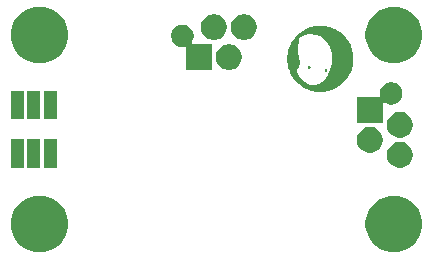
<source format=gbr>
G04 #@! TF.GenerationSoftware,KiCad,Pcbnew,5.0.2-bee76a0~70~ubuntu18.04.1*
G04 #@! TF.CreationDate,2020-01-13T19:18:57+01:00*
G04 #@! TF.ProjectId,roboy_sno,726f626f-795f-4736-9e6f-2e6b69636164,rev?*
G04 #@! TF.SameCoordinates,Original*
G04 #@! TF.FileFunction,Soldermask,Bot*
G04 #@! TF.FilePolarity,Negative*
%FSLAX46Y46*%
G04 Gerber Fmt 4.6, Leading zero omitted, Abs format (unit mm)*
G04 Created by KiCad (PCBNEW 5.0.2-bee76a0~70~ubuntu18.04.1) date Mo 13 Jan 2020 19:18:57 CET*
%MOMM*%
%LPD*%
G01*
G04 APERTURE LIST*
%ADD10C,0.010000*%
%ADD11C,0.100000*%
G04 APERTURE END LIST*
D10*
G04 #@! TO.C,H5*
G36*
X131273490Y-125139041D02*
X131260413Y-125142432D01*
X131249109Y-125149561D01*
X131246765Y-125151484D01*
X131227465Y-125173321D01*
X131217538Y-125197798D01*
X131217231Y-125223707D01*
X131226716Y-125249704D01*
X131241145Y-125268798D01*
X131259620Y-125280264D01*
X131284133Y-125285149D01*
X131294929Y-125285499D01*
X131312328Y-125284886D01*
X131324002Y-125281873D01*
X131334363Y-125274697D01*
X131343254Y-125266198D01*
X131359879Y-125243308D01*
X131367221Y-125218373D01*
X131365325Y-125193145D01*
X131354238Y-125169375D01*
X131340298Y-125153890D01*
X131328444Y-125144693D01*
X131317127Y-125139972D01*
X131302027Y-125138308D01*
X131292490Y-125138179D01*
X131273490Y-125139041D01*
X131273490Y-125139041D01*
G37*
X131273490Y-125139041D02*
X131260413Y-125142432D01*
X131249109Y-125149561D01*
X131246765Y-125151484D01*
X131227465Y-125173321D01*
X131217538Y-125197798D01*
X131217231Y-125223707D01*
X131226716Y-125249704D01*
X131241145Y-125268798D01*
X131259620Y-125280264D01*
X131284133Y-125285149D01*
X131294929Y-125285499D01*
X131312328Y-125284886D01*
X131324002Y-125281873D01*
X131334363Y-125274697D01*
X131343254Y-125266198D01*
X131359879Y-125243308D01*
X131367221Y-125218373D01*
X131365325Y-125193145D01*
X131354238Y-125169375D01*
X131340298Y-125153890D01*
X131328444Y-125144693D01*
X131317127Y-125139972D01*
X131302027Y-125138308D01*
X131292490Y-125138179D01*
X131273490Y-125139041D01*
G36*
X132712691Y-125417865D02*
X132697603Y-125429272D01*
X132695368Y-125431549D01*
X132679160Y-125452015D01*
X132665854Y-125475127D01*
X132655762Y-125499287D01*
X132649196Y-125522899D01*
X132646466Y-125544365D01*
X132647883Y-125562089D01*
X132653760Y-125574474D01*
X132664407Y-125579922D01*
X132666417Y-125580042D01*
X132673838Y-125577629D01*
X132685339Y-125571641D01*
X132687060Y-125570610D01*
X132704058Y-125555847D01*
X132719790Y-125534340D01*
X132733240Y-125508622D01*
X132743393Y-125481228D01*
X132749236Y-125454693D01*
X132749752Y-125431552D01*
X132747154Y-125420534D01*
X132739735Y-125413013D01*
X132727491Y-125412284D01*
X132712691Y-125417865D01*
X132712691Y-125417865D01*
G37*
X132712691Y-125417865D02*
X132697603Y-125429272D01*
X132695368Y-125431549D01*
X132679160Y-125452015D01*
X132665854Y-125475127D01*
X132655762Y-125499287D01*
X132649196Y-125522899D01*
X132646466Y-125544365D01*
X132647883Y-125562089D01*
X132653760Y-125574474D01*
X132664407Y-125579922D01*
X132666417Y-125580042D01*
X132673838Y-125577629D01*
X132685339Y-125571641D01*
X132687060Y-125570610D01*
X132704058Y-125555847D01*
X132719790Y-125534340D01*
X132733240Y-125508622D01*
X132743393Y-125481228D01*
X132749236Y-125454693D01*
X132749752Y-125431552D01*
X132747154Y-125420534D01*
X132739735Y-125413013D01*
X132727491Y-125412284D01*
X132712691Y-125417865D01*
G36*
X132125746Y-121735597D02*
X132076854Y-121736973D01*
X132035366Y-121739166D01*
X132032909Y-121739343D01*
X131866427Y-121756556D01*
X131702301Y-121783558D01*
X131540894Y-121820175D01*
X131382568Y-121866236D01*
X131227687Y-121921567D01*
X131076612Y-121985995D01*
X130929706Y-122059349D01*
X130787333Y-122141454D01*
X130649853Y-122232138D01*
X130517631Y-122331229D01*
X130391029Y-122438553D01*
X130270409Y-122553938D01*
X130225669Y-122600445D01*
X130114769Y-122725741D01*
X130012305Y-122856619D01*
X129918391Y-122992833D01*
X129833143Y-123134136D01*
X129756672Y-123280283D01*
X129689093Y-123431030D01*
X129630520Y-123586129D01*
X129581067Y-123745335D01*
X129540847Y-123908404D01*
X129509973Y-124075088D01*
X129496130Y-124175519D01*
X129493469Y-124203553D01*
X129491101Y-124240097D01*
X129489050Y-124283504D01*
X129487339Y-124332127D01*
X129485989Y-124384318D01*
X129485026Y-124438432D01*
X129484470Y-124492820D01*
X129484347Y-124545837D01*
X129484678Y-124595836D01*
X129485486Y-124641168D01*
X129486795Y-124680189D01*
X129488628Y-124711250D01*
X129488636Y-124711348D01*
X129506732Y-124875677D01*
X129534634Y-125037886D01*
X129572133Y-125197575D01*
X129619020Y-125354344D01*
X129675089Y-125507792D01*
X129740131Y-125657519D01*
X129813937Y-125803125D01*
X129896299Y-125944210D01*
X129987010Y-126080372D01*
X130085862Y-126211212D01*
X130192645Y-126336330D01*
X130307152Y-126455324D01*
X130429175Y-126567795D01*
X130473330Y-126605304D01*
X130604818Y-126708103D01*
X130741601Y-126802309D01*
X130883337Y-126887783D01*
X131029682Y-126964383D01*
X131180294Y-127031969D01*
X131334829Y-127090401D01*
X131492944Y-127139538D01*
X131654296Y-127179239D01*
X131818542Y-127209364D01*
X131985339Y-127229773D01*
X132000937Y-127231169D01*
X132032552Y-127233360D01*
X132071884Y-127235222D01*
X132116820Y-127236730D01*
X132165248Y-127237855D01*
X132215055Y-127238573D01*
X132264128Y-127238856D01*
X132310355Y-127238679D01*
X132351623Y-127238015D01*
X132385819Y-127236838D01*
X132398463Y-127236126D01*
X132568095Y-127219981D01*
X132734779Y-127194247D01*
X132898249Y-127159038D01*
X133058241Y-127114468D01*
X133214490Y-127060651D01*
X133366730Y-126997702D01*
X133514696Y-126925735D01*
X133658124Y-126844864D01*
X133796749Y-126755204D01*
X133930305Y-126656868D01*
X134058527Y-126549970D01*
X134119888Y-126493975D01*
X134238278Y-126375806D01*
X134348678Y-126251510D01*
X134450916Y-126121449D01*
X134544819Y-125985987D01*
X134630214Y-125845485D01*
X134706928Y-125700308D01*
X134774787Y-125550819D01*
X134833620Y-125397380D01*
X134883253Y-125240355D01*
X134923513Y-125080107D01*
X134954227Y-124916999D01*
X134975222Y-124751393D01*
X134980673Y-124687107D01*
X134982922Y-124646182D01*
X134984351Y-124597723D01*
X134984999Y-124543680D01*
X134984903Y-124486004D01*
X134984312Y-124442219D01*
X133301291Y-124442219D01*
X133301070Y-124502806D01*
X133300357Y-124555194D01*
X133299003Y-124601337D01*
X133296861Y-124643188D01*
X133293781Y-124682702D01*
X133289616Y-124721834D01*
X133284218Y-124762537D01*
X133277438Y-124806766D01*
X133270474Y-124848619D01*
X133245836Y-124973706D01*
X133213985Y-125103723D01*
X133175513Y-125237094D01*
X133131011Y-125372245D01*
X133081072Y-125507599D01*
X133026288Y-125641583D01*
X132967250Y-125772622D01*
X132904552Y-125899140D01*
X132838784Y-126019562D01*
X132815019Y-126060199D01*
X132789307Y-126102089D01*
X132764765Y-126139009D01*
X132739699Y-126173102D01*
X132712418Y-126206516D01*
X132681230Y-126241394D01*
X132644443Y-126279883D01*
X132630920Y-126293607D01*
X132562618Y-126360002D01*
X132497125Y-126418278D01*
X132432977Y-126469533D01*
X132368712Y-126514866D01*
X132302865Y-126555375D01*
X132233974Y-126592159D01*
X132231532Y-126593371D01*
X132164292Y-126624570D01*
X132096634Y-126651530D01*
X132027339Y-126674513D01*
X131955185Y-126693780D01*
X131878949Y-126709592D01*
X131797411Y-126722210D01*
X131709350Y-126731894D01*
X131613543Y-126738907D01*
X131532856Y-126742682D01*
X131518689Y-126742004D01*
X131497983Y-126739544D01*
X131474115Y-126735744D01*
X131460811Y-126733234D01*
X131355031Y-126706908D01*
X131250930Y-126670663D01*
X131148417Y-126624459D01*
X131047398Y-126568255D01*
X130968442Y-126516654D01*
X130932209Y-126490382D01*
X130891301Y-126458987D01*
X130847152Y-126423703D01*
X130801193Y-126385765D01*
X130754858Y-126346406D01*
X130709580Y-126306860D01*
X130666792Y-126268362D01*
X130627927Y-126232146D01*
X130594417Y-126199445D01*
X130567800Y-126171608D01*
X130518079Y-126114510D01*
X130469131Y-126053772D01*
X130421815Y-125990711D01*
X130376989Y-125926641D01*
X130335511Y-125862878D01*
X130298241Y-125800739D01*
X130266037Y-125741539D01*
X130239758Y-125686593D01*
X130221610Y-125641099D01*
X130209991Y-125604622D01*
X130203488Y-125574859D01*
X130201866Y-125549885D01*
X130204891Y-125527777D01*
X130206928Y-125520594D01*
X130215258Y-125487122D01*
X130221983Y-125443789D01*
X130227112Y-125390521D01*
X130228600Y-125368419D01*
X130230243Y-125345224D01*
X130232066Y-125325766D01*
X130233830Y-125312293D01*
X130235109Y-125307218D01*
X130241172Y-125303030D01*
X130253696Y-125296755D01*
X130265944Y-125291433D01*
X130301966Y-125273744D01*
X130332107Y-125252050D01*
X130357102Y-125225272D01*
X130377685Y-125192335D01*
X130394590Y-125152160D01*
X130408551Y-125103672D01*
X130415426Y-125072139D01*
X130424048Y-125017923D01*
X130430285Y-124955238D01*
X130434154Y-124885486D01*
X130435669Y-124810070D01*
X130434847Y-124730392D01*
X130431703Y-124647856D01*
X130426253Y-124563863D01*
X130418513Y-124479817D01*
X130408499Y-124397120D01*
X130407766Y-124391796D01*
X130399474Y-124340560D01*
X130388306Y-124286462D01*
X130373858Y-124227820D01*
X130355721Y-124162951D01*
X130339650Y-124109833D01*
X130329156Y-124074535D01*
X130322408Y-124048162D01*
X130319301Y-124030237D01*
X130319527Y-124020933D01*
X130320165Y-124013756D01*
X130320884Y-123997278D01*
X130321667Y-123972361D01*
X130322495Y-123939865D01*
X130323350Y-123900647D01*
X130324214Y-123855570D01*
X130325070Y-123805492D01*
X130325899Y-123751274D01*
X130326683Y-123693775D01*
X130327133Y-123657359D01*
X130328058Y-123582805D01*
X130328979Y-123517375D01*
X130329948Y-123460033D01*
X130331014Y-123409741D01*
X130332229Y-123365464D01*
X130333643Y-123326167D01*
X130335306Y-123290811D01*
X130337271Y-123258361D01*
X130339587Y-123227782D01*
X130342304Y-123198036D01*
X130345475Y-123168087D01*
X130349148Y-123136900D01*
X130353376Y-123103437D01*
X130354742Y-123092934D01*
X130363707Y-123030472D01*
X130374520Y-122965121D01*
X130386494Y-122900711D01*
X130398941Y-122841070D01*
X130403956Y-122819159D01*
X130409963Y-122793679D01*
X130415298Y-122771017D01*
X130419438Y-122753404D01*
X130421857Y-122743074D01*
X130422058Y-122742212D01*
X130427643Y-122732535D01*
X130440387Y-122718079D01*
X130459098Y-122699851D01*
X130482584Y-122678859D01*
X130509652Y-122656109D01*
X130539110Y-122632610D01*
X130569766Y-122609369D01*
X130600428Y-122587393D01*
X130624257Y-122571337D01*
X130717494Y-122516500D01*
X130816791Y-122469604D01*
X130922272Y-122430604D01*
X131034058Y-122399454D01*
X131152272Y-122376112D01*
X131162737Y-122374468D01*
X131207360Y-122368933D01*
X131259611Y-122364672D01*
X131317034Y-122361728D01*
X131377173Y-122360147D01*
X131437570Y-122359975D01*
X131495768Y-122361255D01*
X131549311Y-122364033D01*
X131581837Y-122366803D01*
X131718852Y-122384815D01*
X131850268Y-122410187D01*
X131975783Y-122442802D01*
X132095092Y-122482546D01*
X132207895Y-122529301D01*
X132313887Y-122582953D01*
X132412766Y-122643386D01*
X132504229Y-122710483D01*
X132524850Y-122727404D01*
X132558039Y-122756423D01*
X132590431Y-122787367D01*
X132623522Y-122821809D01*
X132658808Y-122861317D01*
X132697785Y-122907463D01*
X132706640Y-122918219D01*
X132810251Y-123050671D01*
X132903778Y-123183126D01*
X132987299Y-123315736D01*
X133060889Y-123448655D01*
X133124624Y-123582037D01*
X133178580Y-123716037D01*
X133222833Y-123850806D01*
X133257460Y-123986500D01*
X133272818Y-124063759D01*
X133280295Y-124106903D01*
X133286370Y-124145500D01*
X133291182Y-124181391D01*
X133294870Y-124216416D01*
X133297572Y-124252416D01*
X133299427Y-124291230D01*
X133300572Y-124334701D01*
X133301148Y-124384668D01*
X133301291Y-124442219D01*
X134984312Y-124442219D01*
X134984101Y-124426643D01*
X134982631Y-124367550D01*
X134980533Y-124310674D01*
X134977843Y-124257966D01*
X134974601Y-124211376D01*
X134970843Y-124172854D01*
X134970575Y-124170619D01*
X134945101Y-124001087D01*
X134910429Y-123835865D01*
X134866528Y-123674877D01*
X134813365Y-123518051D01*
X134750908Y-123365313D01*
X134679127Y-123216589D01*
X134597988Y-123071805D01*
X134507460Y-122930887D01*
X134407511Y-122793761D01*
X134340000Y-122709657D01*
X134314903Y-122680673D01*
X134283697Y-122646503D01*
X134247903Y-122608667D01*
X134209041Y-122568686D01*
X134168634Y-122528082D01*
X134128202Y-122488377D01*
X134089267Y-122451090D01*
X134053349Y-122417744D01*
X134021971Y-122389859D01*
X134010359Y-122380016D01*
X133894031Y-122287702D01*
X133777022Y-122204014D01*
X133657171Y-122127525D01*
X133532321Y-122056809D01*
X133479217Y-122029169D01*
X133333956Y-121960456D01*
X133186704Y-121901015D01*
X133036612Y-121850589D01*
X132882833Y-121808923D01*
X132724517Y-121775762D01*
X132560815Y-121750850D01*
X132549397Y-121749441D01*
X132511483Y-121745650D01*
X132465370Y-121742372D01*
X132413009Y-121739644D01*
X132356351Y-121737505D01*
X132297345Y-121735993D01*
X132237942Y-121735145D01*
X132180092Y-121735001D01*
X132125746Y-121735597D01*
X132125746Y-121735597D01*
G37*
X132125746Y-121735597D02*
X132076854Y-121736973D01*
X132035366Y-121739166D01*
X132032909Y-121739343D01*
X131866427Y-121756556D01*
X131702301Y-121783558D01*
X131540894Y-121820175D01*
X131382568Y-121866236D01*
X131227687Y-121921567D01*
X131076612Y-121985995D01*
X130929706Y-122059349D01*
X130787333Y-122141454D01*
X130649853Y-122232138D01*
X130517631Y-122331229D01*
X130391029Y-122438553D01*
X130270409Y-122553938D01*
X130225669Y-122600445D01*
X130114769Y-122725741D01*
X130012305Y-122856619D01*
X129918391Y-122992833D01*
X129833143Y-123134136D01*
X129756672Y-123280283D01*
X129689093Y-123431030D01*
X129630520Y-123586129D01*
X129581067Y-123745335D01*
X129540847Y-123908404D01*
X129509973Y-124075088D01*
X129496130Y-124175519D01*
X129493469Y-124203553D01*
X129491101Y-124240097D01*
X129489050Y-124283504D01*
X129487339Y-124332127D01*
X129485989Y-124384318D01*
X129485026Y-124438432D01*
X129484470Y-124492820D01*
X129484347Y-124545837D01*
X129484678Y-124595836D01*
X129485486Y-124641168D01*
X129486795Y-124680189D01*
X129488628Y-124711250D01*
X129488636Y-124711348D01*
X129506732Y-124875677D01*
X129534634Y-125037886D01*
X129572133Y-125197575D01*
X129619020Y-125354344D01*
X129675089Y-125507792D01*
X129740131Y-125657519D01*
X129813937Y-125803125D01*
X129896299Y-125944210D01*
X129987010Y-126080372D01*
X130085862Y-126211212D01*
X130192645Y-126336330D01*
X130307152Y-126455324D01*
X130429175Y-126567795D01*
X130473330Y-126605304D01*
X130604818Y-126708103D01*
X130741601Y-126802309D01*
X130883337Y-126887783D01*
X131029682Y-126964383D01*
X131180294Y-127031969D01*
X131334829Y-127090401D01*
X131492944Y-127139538D01*
X131654296Y-127179239D01*
X131818542Y-127209364D01*
X131985339Y-127229773D01*
X132000937Y-127231169D01*
X132032552Y-127233360D01*
X132071884Y-127235222D01*
X132116820Y-127236730D01*
X132165248Y-127237855D01*
X132215055Y-127238573D01*
X132264128Y-127238856D01*
X132310355Y-127238679D01*
X132351623Y-127238015D01*
X132385819Y-127236838D01*
X132398463Y-127236126D01*
X132568095Y-127219981D01*
X132734779Y-127194247D01*
X132898249Y-127159038D01*
X133058241Y-127114468D01*
X133214490Y-127060651D01*
X133366730Y-126997702D01*
X133514696Y-126925735D01*
X133658124Y-126844864D01*
X133796749Y-126755204D01*
X133930305Y-126656868D01*
X134058527Y-126549970D01*
X134119888Y-126493975D01*
X134238278Y-126375806D01*
X134348678Y-126251510D01*
X134450916Y-126121449D01*
X134544819Y-125985987D01*
X134630214Y-125845485D01*
X134706928Y-125700308D01*
X134774787Y-125550819D01*
X134833620Y-125397380D01*
X134883253Y-125240355D01*
X134923513Y-125080107D01*
X134954227Y-124916999D01*
X134975222Y-124751393D01*
X134980673Y-124687107D01*
X134982922Y-124646182D01*
X134984351Y-124597723D01*
X134984999Y-124543680D01*
X134984903Y-124486004D01*
X134984312Y-124442219D01*
X133301291Y-124442219D01*
X133301070Y-124502806D01*
X133300357Y-124555194D01*
X133299003Y-124601337D01*
X133296861Y-124643188D01*
X133293781Y-124682702D01*
X133289616Y-124721834D01*
X133284218Y-124762537D01*
X133277438Y-124806766D01*
X133270474Y-124848619D01*
X133245836Y-124973706D01*
X133213985Y-125103723D01*
X133175513Y-125237094D01*
X133131011Y-125372245D01*
X133081072Y-125507599D01*
X133026288Y-125641583D01*
X132967250Y-125772622D01*
X132904552Y-125899140D01*
X132838784Y-126019562D01*
X132815019Y-126060199D01*
X132789307Y-126102089D01*
X132764765Y-126139009D01*
X132739699Y-126173102D01*
X132712418Y-126206516D01*
X132681230Y-126241394D01*
X132644443Y-126279883D01*
X132630920Y-126293607D01*
X132562618Y-126360002D01*
X132497125Y-126418278D01*
X132432977Y-126469533D01*
X132368712Y-126514866D01*
X132302865Y-126555375D01*
X132233974Y-126592159D01*
X132231532Y-126593371D01*
X132164292Y-126624570D01*
X132096634Y-126651530D01*
X132027339Y-126674513D01*
X131955185Y-126693780D01*
X131878949Y-126709592D01*
X131797411Y-126722210D01*
X131709350Y-126731894D01*
X131613543Y-126738907D01*
X131532856Y-126742682D01*
X131518689Y-126742004D01*
X131497983Y-126739544D01*
X131474115Y-126735744D01*
X131460811Y-126733234D01*
X131355031Y-126706908D01*
X131250930Y-126670663D01*
X131148417Y-126624459D01*
X131047398Y-126568255D01*
X130968442Y-126516654D01*
X130932209Y-126490382D01*
X130891301Y-126458987D01*
X130847152Y-126423703D01*
X130801193Y-126385765D01*
X130754858Y-126346406D01*
X130709580Y-126306860D01*
X130666792Y-126268362D01*
X130627927Y-126232146D01*
X130594417Y-126199445D01*
X130567800Y-126171608D01*
X130518079Y-126114510D01*
X130469131Y-126053772D01*
X130421815Y-125990711D01*
X130376989Y-125926641D01*
X130335511Y-125862878D01*
X130298241Y-125800739D01*
X130266037Y-125741539D01*
X130239758Y-125686593D01*
X130221610Y-125641099D01*
X130209991Y-125604622D01*
X130203488Y-125574859D01*
X130201866Y-125549885D01*
X130204891Y-125527777D01*
X130206928Y-125520594D01*
X130215258Y-125487122D01*
X130221983Y-125443789D01*
X130227112Y-125390521D01*
X130228600Y-125368419D01*
X130230243Y-125345224D01*
X130232066Y-125325766D01*
X130233830Y-125312293D01*
X130235109Y-125307218D01*
X130241172Y-125303030D01*
X130253696Y-125296755D01*
X130265944Y-125291433D01*
X130301966Y-125273744D01*
X130332107Y-125252050D01*
X130357102Y-125225272D01*
X130377685Y-125192335D01*
X130394590Y-125152160D01*
X130408551Y-125103672D01*
X130415426Y-125072139D01*
X130424048Y-125017923D01*
X130430285Y-124955238D01*
X130434154Y-124885486D01*
X130435669Y-124810070D01*
X130434847Y-124730392D01*
X130431703Y-124647856D01*
X130426253Y-124563863D01*
X130418513Y-124479817D01*
X130408499Y-124397120D01*
X130407766Y-124391796D01*
X130399474Y-124340560D01*
X130388306Y-124286462D01*
X130373858Y-124227820D01*
X130355721Y-124162951D01*
X130339650Y-124109833D01*
X130329156Y-124074535D01*
X130322408Y-124048162D01*
X130319301Y-124030237D01*
X130319527Y-124020933D01*
X130320165Y-124013756D01*
X130320884Y-123997278D01*
X130321667Y-123972361D01*
X130322495Y-123939865D01*
X130323350Y-123900647D01*
X130324214Y-123855570D01*
X130325070Y-123805492D01*
X130325899Y-123751274D01*
X130326683Y-123693775D01*
X130327133Y-123657359D01*
X130328058Y-123582805D01*
X130328979Y-123517375D01*
X130329948Y-123460033D01*
X130331014Y-123409741D01*
X130332229Y-123365464D01*
X130333643Y-123326167D01*
X130335306Y-123290811D01*
X130337271Y-123258361D01*
X130339587Y-123227782D01*
X130342304Y-123198036D01*
X130345475Y-123168087D01*
X130349148Y-123136900D01*
X130353376Y-123103437D01*
X130354742Y-123092934D01*
X130363707Y-123030472D01*
X130374520Y-122965121D01*
X130386494Y-122900711D01*
X130398941Y-122841070D01*
X130403956Y-122819159D01*
X130409963Y-122793679D01*
X130415298Y-122771017D01*
X130419438Y-122753404D01*
X130421857Y-122743074D01*
X130422058Y-122742212D01*
X130427643Y-122732535D01*
X130440387Y-122718079D01*
X130459098Y-122699851D01*
X130482584Y-122678859D01*
X130509652Y-122656109D01*
X130539110Y-122632610D01*
X130569766Y-122609369D01*
X130600428Y-122587393D01*
X130624257Y-122571337D01*
X130717494Y-122516500D01*
X130816791Y-122469604D01*
X130922272Y-122430604D01*
X131034058Y-122399454D01*
X131152272Y-122376112D01*
X131162737Y-122374468D01*
X131207360Y-122368933D01*
X131259611Y-122364672D01*
X131317034Y-122361728D01*
X131377173Y-122360147D01*
X131437570Y-122359975D01*
X131495768Y-122361255D01*
X131549311Y-122364033D01*
X131581837Y-122366803D01*
X131718852Y-122384815D01*
X131850268Y-122410187D01*
X131975783Y-122442802D01*
X132095092Y-122482546D01*
X132207895Y-122529301D01*
X132313887Y-122582953D01*
X132412766Y-122643386D01*
X132504229Y-122710483D01*
X132524850Y-122727404D01*
X132558039Y-122756423D01*
X132590431Y-122787367D01*
X132623522Y-122821809D01*
X132658808Y-122861317D01*
X132697785Y-122907463D01*
X132706640Y-122918219D01*
X132810251Y-123050671D01*
X132903778Y-123183126D01*
X132987299Y-123315736D01*
X133060889Y-123448655D01*
X133124624Y-123582037D01*
X133178580Y-123716037D01*
X133222833Y-123850806D01*
X133257460Y-123986500D01*
X133272818Y-124063759D01*
X133280295Y-124106903D01*
X133286370Y-124145500D01*
X133291182Y-124181391D01*
X133294870Y-124216416D01*
X133297572Y-124252416D01*
X133299427Y-124291230D01*
X133300572Y-124334701D01*
X133301148Y-124384668D01*
X133301291Y-124442219D01*
X134984312Y-124442219D01*
X134984101Y-124426643D01*
X134982631Y-124367550D01*
X134980533Y-124310674D01*
X134977843Y-124257966D01*
X134974601Y-124211376D01*
X134970843Y-124172854D01*
X134970575Y-124170619D01*
X134945101Y-124001087D01*
X134910429Y-123835865D01*
X134866528Y-123674877D01*
X134813365Y-123518051D01*
X134750908Y-123365313D01*
X134679127Y-123216589D01*
X134597988Y-123071805D01*
X134507460Y-122930887D01*
X134407511Y-122793761D01*
X134340000Y-122709657D01*
X134314903Y-122680673D01*
X134283697Y-122646503D01*
X134247903Y-122608667D01*
X134209041Y-122568686D01*
X134168634Y-122528082D01*
X134128202Y-122488377D01*
X134089267Y-122451090D01*
X134053349Y-122417744D01*
X134021971Y-122389859D01*
X134010359Y-122380016D01*
X133894031Y-122287702D01*
X133777022Y-122204014D01*
X133657171Y-122127525D01*
X133532321Y-122056809D01*
X133479217Y-122029169D01*
X133333956Y-121960456D01*
X133186704Y-121901015D01*
X133036612Y-121850589D01*
X132882833Y-121808923D01*
X132724517Y-121775762D01*
X132560815Y-121750850D01*
X132549397Y-121749441D01*
X132511483Y-121745650D01*
X132465370Y-121742372D01*
X132413009Y-121739644D01*
X132356351Y-121737505D01*
X132297345Y-121735993D01*
X132237942Y-121735145D01*
X132180092Y-121735001D01*
X132125746Y-121735597D01*
D11*
G36*
X138851904Y-136122979D02*
X139200054Y-136192230D01*
X139636826Y-136373147D01*
X140029911Y-136635798D01*
X140364202Y-136970089D01*
X140626853Y-137363174D01*
X140807770Y-137799946D01*
X140900000Y-138263621D01*
X140900000Y-138736379D01*
X140807770Y-139200054D01*
X140626853Y-139636826D01*
X140364202Y-140029911D01*
X140029911Y-140364202D01*
X139636826Y-140626853D01*
X139200054Y-140807770D01*
X138851904Y-140877021D01*
X138736381Y-140900000D01*
X138263619Y-140900000D01*
X138148096Y-140877021D01*
X137799946Y-140807770D01*
X137363174Y-140626853D01*
X136970089Y-140364202D01*
X136635798Y-140029911D01*
X136373147Y-139636826D01*
X136192230Y-139200054D01*
X136100000Y-138736379D01*
X136100000Y-138263621D01*
X136192230Y-137799946D01*
X136373147Y-137363174D01*
X136635798Y-136970089D01*
X136970089Y-136635798D01*
X137363174Y-136373147D01*
X137799946Y-136192230D01*
X138148096Y-136122979D01*
X138263619Y-136100000D01*
X138736381Y-136100000D01*
X138851904Y-136122979D01*
X138851904Y-136122979D01*
G37*
G36*
X108851904Y-136122979D02*
X109200054Y-136192230D01*
X109636826Y-136373147D01*
X110029911Y-136635798D01*
X110364202Y-136970089D01*
X110626853Y-137363174D01*
X110807770Y-137799946D01*
X110900000Y-138263621D01*
X110900000Y-138736379D01*
X110807770Y-139200054D01*
X110626853Y-139636826D01*
X110364202Y-140029911D01*
X110029911Y-140364202D01*
X109636826Y-140626853D01*
X109200054Y-140807770D01*
X108851904Y-140877021D01*
X108736381Y-140900000D01*
X108263619Y-140900000D01*
X108148096Y-140877021D01*
X107799946Y-140807770D01*
X107363174Y-140626853D01*
X106970089Y-140364202D01*
X106635798Y-140029911D01*
X106373147Y-139636826D01*
X106192230Y-139200054D01*
X106100000Y-138736379D01*
X106100000Y-138263621D01*
X106192230Y-137799946D01*
X106373147Y-137363174D01*
X106635798Y-136970089D01*
X106970089Y-136635798D01*
X107363174Y-136373147D01*
X107799946Y-136192230D01*
X108148096Y-136122979D01*
X108263619Y-136100000D01*
X108736381Y-136100000D01*
X108851904Y-136122979D01*
X108851904Y-136122979D01*
G37*
G36*
X139340857Y-131597272D02*
X139541042Y-131680191D01*
X139721213Y-131800578D01*
X139874422Y-131953787D01*
X139994809Y-132133958D01*
X140077728Y-132334143D01*
X140120000Y-132546658D01*
X140120000Y-132763342D01*
X140077728Y-132975857D01*
X139994809Y-133176042D01*
X139874422Y-133356213D01*
X139721213Y-133509422D01*
X139541042Y-133629809D01*
X139340857Y-133712728D01*
X139128342Y-133755000D01*
X138911658Y-133755000D01*
X138699143Y-133712728D01*
X138498958Y-133629809D01*
X138318787Y-133509422D01*
X138165578Y-133356213D01*
X138045191Y-133176042D01*
X137962272Y-132975857D01*
X137920000Y-132763342D01*
X137920000Y-132546658D01*
X137962272Y-132334143D01*
X138045191Y-132133958D01*
X138165578Y-131953787D01*
X138318787Y-131800578D01*
X138498958Y-131680191D01*
X138699143Y-131597272D01*
X138911658Y-131555000D01*
X139128342Y-131555000D01*
X139340857Y-131597272D01*
X139340857Y-131597272D01*
G37*
G36*
X108580000Y-133750000D02*
X107480000Y-133750000D01*
X107480000Y-131350000D01*
X108580000Y-131350000D01*
X108580000Y-133750000D01*
X108580000Y-133750000D01*
G37*
G36*
X107180000Y-133750000D02*
X106080000Y-133750000D01*
X106080000Y-131350000D01*
X107180000Y-131350000D01*
X107180000Y-133750000D01*
X107180000Y-133750000D01*
G37*
G36*
X109980000Y-133750000D02*
X108880000Y-133750000D01*
X108880000Y-131350000D01*
X109980000Y-131350000D01*
X109980000Y-133750000D01*
X109980000Y-133750000D01*
G37*
G36*
X136800857Y-130327272D02*
X137001042Y-130410191D01*
X137181213Y-130530578D01*
X137334422Y-130683787D01*
X137454809Y-130863958D01*
X137537728Y-131064143D01*
X137580000Y-131276658D01*
X137580000Y-131493342D01*
X137537728Y-131705857D01*
X137454809Y-131906042D01*
X137334422Y-132086213D01*
X137181213Y-132239422D01*
X137001042Y-132359809D01*
X136800857Y-132442728D01*
X136588342Y-132485000D01*
X136371658Y-132485000D01*
X136159143Y-132442728D01*
X135958958Y-132359809D01*
X135778787Y-132239422D01*
X135625578Y-132086213D01*
X135505191Y-131906042D01*
X135422272Y-131705857D01*
X135380000Y-131493342D01*
X135380000Y-131276658D01*
X135422272Y-131064143D01*
X135505191Y-130863958D01*
X135625578Y-130683787D01*
X135778787Y-130530578D01*
X135958958Y-130410191D01*
X136159143Y-130327272D01*
X136371658Y-130285000D01*
X136588342Y-130285000D01*
X136800857Y-130327272D01*
X136800857Y-130327272D01*
G37*
G36*
X139340857Y-129057272D02*
X139541042Y-129140191D01*
X139721213Y-129260578D01*
X139874422Y-129413787D01*
X139994809Y-129593958D01*
X140077728Y-129794143D01*
X140120000Y-130006658D01*
X140120000Y-130223342D01*
X140077728Y-130435857D01*
X139994809Y-130636042D01*
X139874422Y-130816213D01*
X139721213Y-130969422D01*
X139541042Y-131089809D01*
X139340857Y-131172728D01*
X139128342Y-131215000D01*
X138911658Y-131215000D01*
X138699143Y-131172728D01*
X138498958Y-131089809D01*
X138318787Y-130969422D01*
X138165578Y-130816213D01*
X138045191Y-130636042D01*
X137962272Y-130435857D01*
X137920000Y-130223342D01*
X137920000Y-130006658D01*
X137962272Y-129794143D01*
X138045191Y-129593958D01*
X138165578Y-129413787D01*
X138318787Y-129260578D01*
X138498958Y-129140191D01*
X138699143Y-129057272D01*
X138911658Y-129015000D01*
X139128342Y-129015000D01*
X139340857Y-129057272D01*
X139340857Y-129057272D01*
G37*
G36*
X138557117Y-126531459D02*
X138730018Y-126603077D01*
X138885625Y-126707050D01*
X139017950Y-126839375D01*
X139121923Y-126994982D01*
X139193541Y-127167883D01*
X139230050Y-127351427D01*
X139230050Y-127538573D01*
X139193541Y-127722117D01*
X139121923Y-127895018D01*
X139017950Y-128050625D01*
X138885625Y-128182950D01*
X138730018Y-128286923D01*
X138557117Y-128358541D01*
X138373573Y-128395050D01*
X138186427Y-128395050D01*
X138002883Y-128358541D01*
X137829982Y-128286923D01*
X137774446Y-128249815D01*
X137752835Y-128238264D01*
X137729386Y-128231151D01*
X137705000Y-128228749D01*
X137680614Y-128231151D01*
X137657164Y-128238264D01*
X137635554Y-128249815D01*
X137616612Y-128265361D01*
X137601066Y-128284303D01*
X137589515Y-128305914D01*
X137582402Y-128329363D01*
X137580000Y-128353749D01*
X137580000Y-129945000D01*
X135380000Y-129945000D01*
X135380000Y-127745000D01*
X137218698Y-127745000D01*
X137243084Y-127742598D01*
X137266533Y-127735485D01*
X137288144Y-127723934D01*
X137307086Y-127708388D01*
X137322632Y-127689446D01*
X137334183Y-127667835D01*
X137341296Y-127644386D01*
X137343698Y-127620000D01*
X137341296Y-127595614D01*
X137329950Y-127538573D01*
X137329950Y-127351427D01*
X137366459Y-127167883D01*
X137438077Y-126994982D01*
X137542050Y-126839375D01*
X137674375Y-126707050D01*
X137829982Y-126603077D01*
X138002883Y-126531459D01*
X138186427Y-126494950D01*
X138373573Y-126494950D01*
X138557117Y-126531459D01*
X138557117Y-126531459D01*
G37*
G36*
X108580000Y-129650000D02*
X107480000Y-129650000D01*
X107480000Y-127250000D01*
X108580000Y-127250000D01*
X108580000Y-129650000D01*
X108580000Y-129650000D01*
G37*
G36*
X109980000Y-129650000D02*
X108880000Y-129650000D01*
X108880000Y-127250000D01*
X109980000Y-127250000D01*
X109980000Y-129650000D01*
X109980000Y-129650000D01*
G37*
G36*
X107180000Y-129650000D02*
X106080000Y-129650000D01*
X106080000Y-127250000D01*
X107180000Y-127250000D01*
X107180000Y-129650000D01*
X107180000Y-129650000D01*
G37*
G36*
X124855857Y-123312272D02*
X125056042Y-123395191D01*
X125056045Y-123395193D01*
X125225926Y-123508704D01*
X125236213Y-123515578D01*
X125389422Y-123668787D01*
X125509809Y-123848958D01*
X125592728Y-124049143D01*
X125635000Y-124261658D01*
X125635000Y-124478342D01*
X125592728Y-124690857D01*
X125509809Y-124891042D01*
X125389422Y-125071213D01*
X125236213Y-125224422D01*
X125056042Y-125344809D01*
X124855857Y-125427728D01*
X124643342Y-125470000D01*
X124426658Y-125470000D01*
X124214143Y-125427728D01*
X124013958Y-125344809D01*
X123833787Y-125224422D01*
X123680578Y-125071213D01*
X123560191Y-124891042D01*
X123477272Y-124690857D01*
X123435000Y-124478342D01*
X123435000Y-124261658D01*
X123477272Y-124049143D01*
X123560191Y-123848958D01*
X123680578Y-123668787D01*
X123833787Y-123515578D01*
X123844075Y-123508704D01*
X124013955Y-123395193D01*
X124013958Y-123395191D01*
X124214143Y-123312272D01*
X124426658Y-123270000D01*
X124643342Y-123270000D01*
X124855857Y-123312272D01*
X124855857Y-123312272D01*
G37*
G36*
X120872117Y-121656459D02*
X121045018Y-121728077D01*
X121200625Y-121832050D01*
X121332950Y-121964375D01*
X121436923Y-122119982D01*
X121508541Y-122292883D01*
X121545050Y-122476427D01*
X121545050Y-122663573D01*
X121508541Y-122847117D01*
X121436923Y-123020018D01*
X121399815Y-123075554D01*
X121388264Y-123097165D01*
X121381151Y-123120614D01*
X121378749Y-123145000D01*
X121381151Y-123169386D01*
X121388264Y-123192836D01*
X121399815Y-123214446D01*
X121415361Y-123233388D01*
X121434303Y-123248934D01*
X121455914Y-123260485D01*
X121479363Y-123267598D01*
X121503749Y-123270000D01*
X123095000Y-123270000D01*
X123095000Y-125470000D01*
X120895000Y-125470000D01*
X120895000Y-123631302D01*
X120892598Y-123606916D01*
X120885485Y-123583467D01*
X120873934Y-123561856D01*
X120858388Y-123542914D01*
X120839446Y-123527368D01*
X120817835Y-123515817D01*
X120794386Y-123508704D01*
X120770000Y-123506302D01*
X120745614Y-123508704D01*
X120688573Y-123520050D01*
X120501427Y-123520050D01*
X120317883Y-123483541D01*
X120144982Y-123411923D01*
X119989375Y-123307950D01*
X119857050Y-123175625D01*
X119753077Y-123020018D01*
X119681459Y-122847117D01*
X119644950Y-122663573D01*
X119644950Y-122476427D01*
X119681459Y-122292883D01*
X119753077Y-122119982D01*
X119857050Y-121964375D01*
X119989375Y-121832050D01*
X120144982Y-121728077D01*
X120317883Y-121656459D01*
X120501427Y-121619950D01*
X120688573Y-121619950D01*
X120872117Y-121656459D01*
X120872117Y-121656459D01*
G37*
G36*
X108851904Y-120122979D02*
X109200054Y-120192230D01*
X109636826Y-120373147D01*
X110029911Y-120635798D01*
X110364202Y-120970089D01*
X110626853Y-121363174D01*
X110807770Y-121799946D01*
X110900000Y-122263621D01*
X110900000Y-122736379D01*
X110807770Y-123200054D01*
X110626853Y-123636826D01*
X110364202Y-124029911D01*
X110029911Y-124364202D01*
X109636826Y-124626853D01*
X109200054Y-124807770D01*
X108851904Y-124877021D01*
X108736381Y-124900000D01*
X108263619Y-124900000D01*
X108148096Y-124877021D01*
X107799946Y-124807770D01*
X107363174Y-124626853D01*
X106970089Y-124364202D01*
X106635798Y-124029911D01*
X106373147Y-123636826D01*
X106192230Y-123200054D01*
X106100000Y-122736379D01*
X106100000Y-122263621D01*
X106192230Y-121799946D01*
X106373147Y-121363174D01*
X106635798Y-120970089D01*
X106970089Y-120635798D01*
X107363174Y-120373147D01*
X107799946Y-120192230D01*
X108148096Y-120122979D01*
X108263619Y-120100000D01*
X108736381Y-120100000D01*
X108851904Y-120122979D01*
X108851904Y-120122979D01*
G37*
G36*
X138851904Y-120122979D02*
X139200054Y-120192230D01*
X139636826Y-120373147D01*
X140029911Y-120635798D01*
X140364202Y-120970089D01*
X140626853Y-121363174D01*
X140807770Y-121799946D01*
X140900000Y-122263621D01*
X140900000Y-122736379D01*
X140807770Y-123200054D01*
X140626853Y-123636826D01*
X140364202Y-124029911D01*
X140029911Y-124364202D01*
X139636826Y-124626853D01*
X139200054Y-124807770D01*
X138851904Y-124877021D01*
X138736381Y-124900000D01*
X138263619Y-124900000D01*
X138148096Y-124877021D01*
X137799946Y-124807770D01*
X137363174Y-124626853D01*
X136970089Y-124364202D01*
X136635798Y-124029911D01*
X136373147Y-123636826D01*
X136192230Y-123200054D01*
X136100000Y-122736379D01*
X136100000Y-122263621D01*
X136192230Y-121799946D01*
X136373147Y-121363174D01*
X136635798Y-120970089D01*
X136970089Y-120635798D01*
X137363174Y-120373147D01*
X137799946Y-120192230D01*
X138148096Y-120122979D01*
X138263619Y-120100000D01*
X138736381Y-120100000D01*
X138851904Y-120122979D01*
X138851904Y-120122979D01*
G37*
G36*
X126125857Y-120772272D02*
X126326042Y-120855191D01*
X126326045Y-120855193D01*
X126497999Y-120970089D01*
X126506213Y-120975578D01*
X126659422Y-121128787D01*
X126779809Y-121308958D01*
X126862728Y-121509143D01*
X126905000Y-121721658D01*
X126905000Y-121938342D01*
X126862728Y-122150857D01*
X126779809Y-122351042D01*
X126779807Y-122351045D01*
X126696029Y-122476428D01*
X126659422Y-122531213D01*
X126506213Y-122684422D01*
X126506210Y-122684424D01*
X126506209Y-122684425D01*
X126326045Y-122804807D01*
X126326042Y-122804809D01*
X126125857Y-122887728D01*
X125913342Y-122930000D01*
X125696658Y-122930000D01*
X125484143Y-122887728D01*
X125283958Y-122804809D01*
X125283955Y-122804807D01*
X125103791Y-122684425D01*
X125103790Y-122684424D01*
X125103787Y-122684422D01*
X124950578Y-122531213D01*
X124913972Y-122476428D01*
X124830193Y-122351045D01*
X124830191Y-122351042D01*
X124747272Y-122150857D01*
X124705000Y-121938342D01*
X124705000Y-121721658D01*
X124747272Y-121509143D01*
X124830191Y-121308958D01*
X124950578Y-121128787D01*
X125103787Y-120975578D01*
X125112002Y-120970089D01*
X125283955Y-120855193D01*
X125283958Y-120855191D01*
X125484143Y-120772272D01*
X125696658Y-120730000D01*
X125913342Y-120730000D01*
X126125857Y-120772272D01*
X126125857Y-120772272D01*
G37*
G36*
X123585857Y-120772272D02*
X123786042Y-120855191D01*
X123786045Y-120855193D01*
X123957999Y-120970089D01*
X123966213Y-120975578D01*
X124119422Y-121128787D01*
X124239809Y-121308958D01*
X124322728Y-121509143D01*
X124365000Y-121721658D01*
X124365000Y-121938342D01*
X124322728Y-122150857D01*
X124239809Y-122351042D01*
X124239807Y-122351045D01*
X124156029Y-122476428D01*
X124119422Y-122531213D01*
X123966213Y-122684422D01*
X123966210Y-122684424D01*
X123966209Y-122684425D01*
X123786045Y-122804807D01*
X123786042Y-122804809D01*
X123585857Y-122887728D01*
X123373342Y-122930000D01*
X123156658Y-122930000D01*
X122944143Y-122887728D01*
X122743958Y-122804809D01*
X122743955Y-122804807D01*
X122563791Y-122684425D01*
X122563790Y-122684424D01*
X122563787Y-122684422D01*
X122410578Y-122531213D01*
X122373972Y-122476428D01*
X122290193Y-122351045D01*
X122290191Y-122351042D01*
X122207272Y-122150857D01*
X122165000Y-121938342D01*
X122165000Y-121721658D01*
X122207272Y-121509143D01*
X122290191Y-121308958D01*
X122410578Y-121128787D01*
X122563787Y-120975578D01*
X122572002Y-120970089D01*
X122743955Y-120855193D01*
X122743958Y-120855191D01*
X122944143Y-120772272D01*
X123156658Y-120730000D01*
X123373342Y-120730000D01*
X123585857Y-120772272D01*
X123585857Y-120772272D01*
G37*
M02*

</source>
